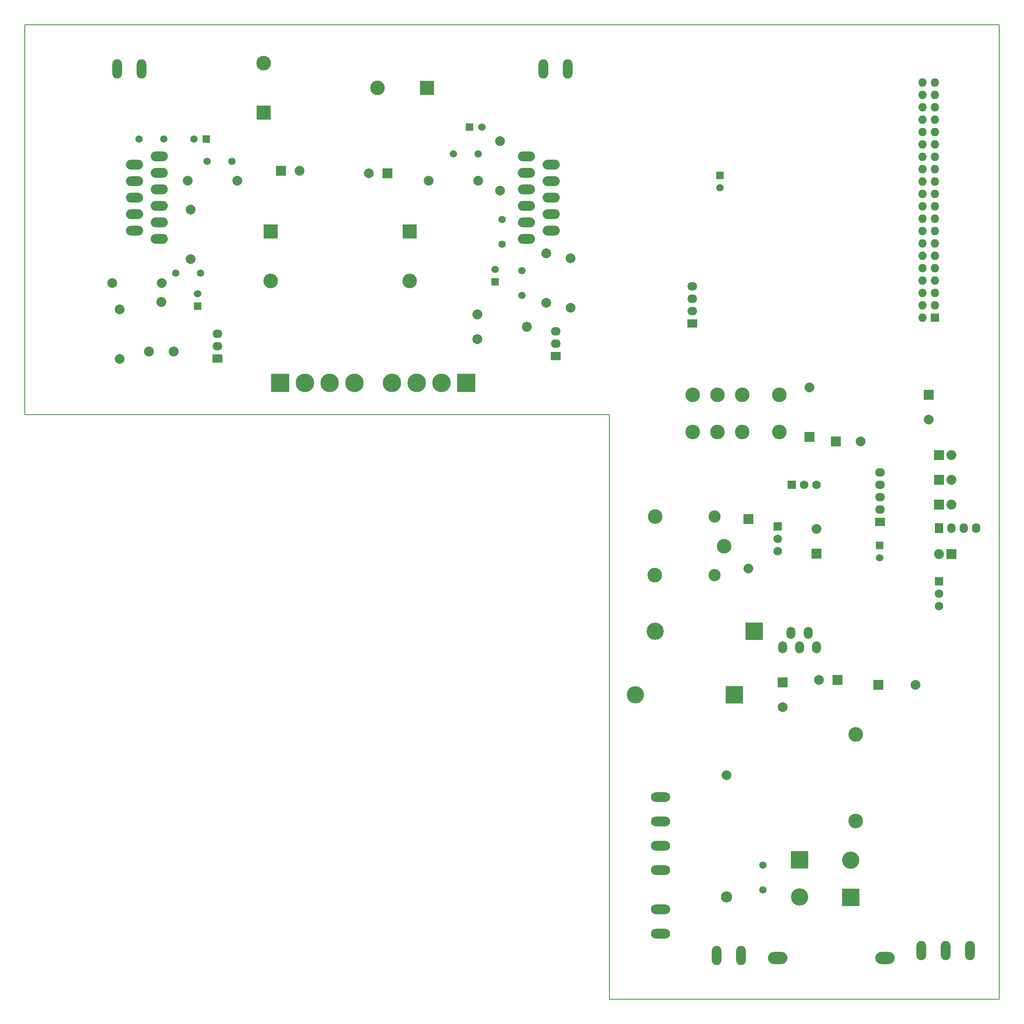
<source format=gbr>
G04 #@! TF.FileFunction,Soldermask,Bot*
%FSLAX46Y46*%
G04 Gerber Fmt 4.6, Leading zero omitted, Abs format (unit mm)*
G04 Created by KiCad (PCBNEW (2015-01-19 BZR 5380)-product) date Thu 19 Feb 2015 00:57:00 CET*
%MOMM*%
G01*
G04 APERTURE LIST*
%ADD10C,0.020000*%
%ADD11C,0.150000*%
%ADD12O,3.524000X2.000000*%
%ADD13C,2.032000*%
%ADD14C,1.998980*%
%ADD15O,1.981200X3.962400*%
%ADD16R,1.998980X1.998980*%
%ADD17C,1.501140*%
%ADD18R,1.524000X1.524000*%
%ADD19C,1.524000*%
%ADD20R,2.999740X2.999740*%
%ADD21C,2.999740*%
%ADD22C,3.810000*%
%ADD23R,3.810000X3.810000*%
%ADD24O,4.000500X2.499360*%
%ADD25R,2.032000X2.032000*%
%ADD26O,2.032000X2.032000*%
%ADD27R,1.727200X1.727200*%
%ADD28O,1.727200X1.727200*%
%ADD29C,2.500000*%
%ADD30C,3.000000*%
%ADD31R,2.032000X1.727200*%
%ADD32O,2.032000X1.727200*%
%ADD33C,1.778000*%
%ADD34R,1.778000X1.778000*%
%ADD35C,2.301240*%
%ADD36O,1.800860X2.499360*%
%ADD37O,3.962400X1.981200*%
%ADD38C,3.540760*%
%ADD39R,3.540760X3.540760*%
%ADD40R,1.727200X2.032000*%
%ADD41O,1.727200X2.032000*%
G04 APERTURE END LIST*
D10*
D11*
X227000000Y-28000000D02*
X27000000Y-28000000D01*
X227000000Y-228000000D02*
X227000000Y-28000000D01*
X147000000Y-228000000D02*
X227000000Y-228000000D01*
X147000000Y-108000000D02*
X147000000Y-228000000D01*
X27000000Y-108000000D02*
X147000000Y-108000000D01*
X27000000Y-28000000D02*
X27000000Y-108000000D01*
D12*
X54580000Y-72000000D03*
X49500000Y-70300000D03*
X54580000Y-68600000D03*
X49500000Y-66900000D03*
X54580000Y-65200000D03*
X49500000Y-63500000D03*
X54580000Y-61800000D03*
X49500000Y-60100000D03*
X54580000Y-58400000D03*
X49500000Y-56700000D03*
X54580000Y-55000000D03*
D13*
X52460000Y-95080000D03*
X55000000Y-84920000D03*
X57540000Y-95080000D03*
D14*
X61000000Y-65920000D03*
X61000000Y-76080000D03*
X44920000Y-81000000D03*
X55080000Y-81000000D03*
D15*
X45974000Y-37084000D03*
X50974000Y-37084000D03*
D12*
X129920000Y-55000000D03*
X135000000Y-56700000D03*
X129920000Y-58400000D03*
X135000000Y-60100000D03*
X129920000Y-61800000D03*
X135000000Y-63500000D03*
X129920000Y-65200000D03*
X135000000Y-66900000D03*
X129920000Y-68600000D03*
X135000000Y-70300000D03*
X129920000Y-72000000D03*
D13*
X119920000Y-87460000D03*
X130080000Y-90000000D03*
X119920000Y-92540000D03*
D14*
X124500000Y-62080000D03*
X124500000Y-51920000D03*
X134000000Y-74920000D03*
X134000000Y-85080000D03*
D15*
X138430000Y-37084000D03*
X133430000Y-37084000D03*
D16*
X79595000Y-58000000D03*
D14*
X83405000Y-58000000D03*
D17*
X55540000Y-51500000D03*
X50460000Y-51500000D03*
X69540000Y-56000000D03*
X64460000Y-56000000D03*
D18*
X64270000Y-51500000D03*
D19*
X61730000Y-51500000D03*
D18*
X62500000Y-85770000D03*
D19*
X62500000Y-83230000D03*
D17*
X63040000Y-79000000D03*
X57960000Y-79000000D03*
D16*
X101405000Y-58500000D03*
D14*
X97595000Y-58500000D03*
D17*
X125000000Y-67960000D03*
X125000000Y-73040000D03*
X114960000Y-54500000D03*
X120040000Y-54500000D03*
D18*
X118230000Y-49000000D03*
D19*
X120770000Y-49000000D03*
D18*
X123500000Y-80770000D03*
D19*
X123500000Y-78230000D03*
D17*
X129000000Y-83540000D03*
X129000000Y-78460000D03*
X178500000Y-205540000D03*
X178500000Y-200460000D03*
D20*
X77500000Y-70420000D03*
D21*
X77500000Y-80580000D03*
D20*
X76000000Y-46080000D03*
D21*
X76000000Y-35920000D03*
D18*
X169672000Y-58928000D03*
D19*
X169672000Y-61468000D03*
D16*
X189500000Y-136540000D03*
D14*
X189500000Y-131460000D03*
D20*
X106000000Y-70420000D03*
D21*
X106000000Y-80580000D03*
D20*
X109580000Y-41000000D03*
D21*
X99420000Y-41000000D03*
D16*
X182500000Y-162960000D03*
D14*
X182500000Y-168040000D03*
D16*
X202190000Y-163500000D03*
D14*
X209810000Y-163500000D03*
D16*
X193460000Y-113500000D03*
D14*
X198540000Y-113500000D03*
D18*
X202438000Y-134874000D03*
D19*
X202438000Y-137414000D03*
D16*
X212500000Y-103960000D03*
D14*
X212500000Y-109040000D03*
D22*
X84460000Y-101500000D03*
X89540000Y-101500000D03*
D23*
X79380000Y-101500000D03*
D22*
X94620000Y-101500000D03*
X112540000Y-101500000D03*
X107460000Y-101500000D03*
D23*
X117620000Y-101500000D03*
D22*
X102380000Y-101500000D03*
D14*
X190000000Y-162500000D03*
D16*
X193810000Y-162500000D03*
D24*
X181499260Y-219500000D03*
X203500740Y-219500000D03*
D25*
X214630000Y-121412000D03*
D26*
X217170000Y-121412000D03*
D27*
X213770000Y-88130000D03*
D28*
X211230000Y-88130000D03*
X213770000Y-85590000D03*
X211230000Y-85590000D03*
X213770000Y-83050000D03*
X211230000Y-83050000D03*
X213770000Y-80510000D03*
X211230000Y-80510000D03*
X213770000Y-77970000D03*
X211230000Y-77970000D03*
X213770000Y-75430000D03*
X211230000Y-75430000D03*
X213770000Y-72890000D03*
X211230000Y-72890000D03*
X213770000Y-70350000D03*
X211230000Y-70350000D03*
X213770000Y-67810000D03*
X211230000Y-67810000D03*
X213770000Y-65270000D03*
X211230000Y-65270000D03*
X213770000Y-62730000D03*
X211230000Y-62730000D03*
X213770000Y-60190000D03*
X211230000Y-60190000D03*
X213770000Y-57650000D03*
X211230000Y-57650000D03*
X213770000Y-55110000D03*
X211230000Y-55110000D03*
X213770000Y-52570000D03*
X211230000Y-52570000D03*
X213770000Y-50030000D03*
X211230000Y-50030000D03*
X213770000Y-47490000D03*
X211230000Y-47490000D03*
X213770000Y-44950000D03*
X211230000Y-44950000D03*
X213770000Y-42410000D03*
X211230000Y-42410000D03*
X213770000Y-39870000D03*
X211230000Y-39870000D03*
D29*
X168550000Y-128950000D03*
D30*
X156350000Y-128950000D03*
X156300000Y-141000000D03*
D29*
X168550000Y-140950000D03*
D30*
X170500000Y-135000000D03*
D21*
X181880000Y-111620000D03*
X181880000Y-104000000D03*
X174260000Y-104000000D03*
X169180000Y-104000000D03*
X164100000Y-104000000D03*
X174260000Y-111620000D03*
X169180000Y-111620000D03*
X164100000Y-111620000D03*
D30*
X197500000Y-173610000D03*
X197500000Y-191390000D03*
D25*
X217170000Y-136652000D03*
D26*
X214630000Y-136652000D03*
D25*
X214630000Y-116332000D03*
D26*
X217170000Y-116332000D03*
D31*
X164000000Y-89310000D03*
D32*
X164000000Y-86770000D03*
X164000000Y-84230000D03*
X164000000Y-81690000D03*
D31*
X66500000Y-96540000D03*
D32*
X66500000Y-94000000D03*
X66500000Y-91460000D03*
D31*
X136000000Y-96040000D03*
D32*
X136000000Y-93500000D03*
X136000000Y-90960000D03*
D31*
X202500000Y-130080000D03*
D32*
X202500000Y-127540000D03*
X202500000Y-125000000D03*
X202500000Y-122460000D03*
X202500000Y-119920000D03*
D25*
X214630000Y-126492000D03*
D26*
X217170000Y-126492000D03*
D33*
X181500000Y-136040000D03*
X181500000Y-133500000D03*
D34*
X181500000Y-130960000D03*
D33*
X189484000Y-122428000D03*
X186944000Y-122428000D03*
D34*
X184404000Y-122428000D03*
D14*
X60420000Y-60000000D03*
X70580000Y-60000000D03*
X46500000Y-86420000D03*
X46500000Y-96580000D03*
X120080000Y-60000000D03*
X109920000Y-60000000D03*
X139000000Y-75920000D03*
X139000000Y-86080000D03*
X171000000Y-182000660D03*
D35*
X171000000Y-206999340D03*
D15*
X169000000Y-219000000D03*
X174000000Y-219000000D03*
X221000000Y-218000000D03*
X216000000Y-218000000D03*
X211000000Y-218000000D03*
D36*
X186000000Y-155799840D03*
X182499880Y-155799840D03*
X189500120Y-155799840D03*
X187800860Y-152800100D03*
X184199140Y-152800100D03*
D33*
X214630000Y-147320000D03*
X214630000Y-144780000D03*
D34*
X214630000Y-142240000D03*
D37*
X157500000Y-214500000D03*
X157500000Y-209500000D03*
X157500000Y-186500000D03*
X157500000Y-191500000D03*
X157500000Y-201500000D03*
X157500000Y-196500000D03*
D14*
X175500000Y-139580000D03*
D16*
X175500000Y-129420000D03*
D38*
X196500000Y-199500000D03*
D39*
X196500000Y-207120000D03*
D38*
X186000000Y-207000000D03*
D39*
X186000000Y-199380000D03*
D38*
X152340000Y-165500000D03*
D39*
X172660000Y-165500000D03*
D38*
X156340000Y-152500000D03*
D39*
X176660000Y-152500000D03*
D14*
X188000000Y-102420000D03*
D16*
X188000000Y-112580000D03*
D40*
X214630000Y-131318000D03*
D41*
X217170000Y-131318000D03*
X219710000Y-131318000D03*
X222250000Y-131318000D03*
M02*

</source>
